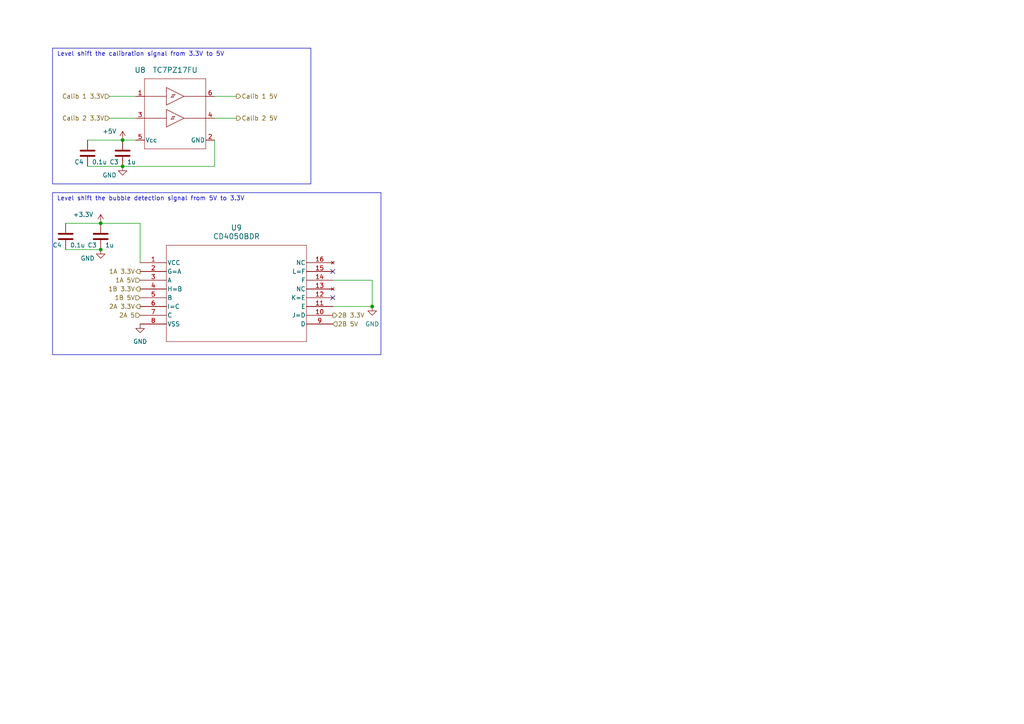
<source format=kicad_sch>
(kicad_sch (version 20230121) (generator eeschema)
  (paper "A4")
  (lib_symbols
    (symbol "CD4050BDR:CD4050BDR" (pin_names (offset 0.254))
      (property "Reference" "U" (at 27.94 10.16 0))
      (property "Value" "CD4050BDR" (at 27.94 7.62 0))
      (symbol "CD4050BDR_0_1"
        (polyline (pts (xy 7.62 -22.86) (xy 48.26 -22.86)) (stroke (width 0.127)))
        (polyline (pts (xy 7.62 5.08) (xy 7.62 -22.86)) (stroke (width 0.127)))
        (polyline (pts (xy 48.26 -22.86) (xy 48.26 5.08)) (stroke (width 0.127)))
        (polyline (pts (xy 48.26 5.08) (xy 7.62 5.08)) (stroke (width 0.127)))
        (pin power_in line (at 0 0 0) (length 7.62) (name "VCC") (number "1"))
        (pin no_connect line (at 55.88 -7.62 180) (length 7.62) (name "NC") (number "13"))
        (pin no_connect line (at 55.88 0 180) (length 7.62) (name "NC") (number "16"))
        (pin power_in line (at 0 -17.78 0) (length 7.62) (name "VSS") (number "8"))
      )
      (symbol "CD4050BDR_1_1"
        (pin output line (at 55.88 -15.24 180) (length 7.62) (name "J=D") (number "10"))
        (pin input line (at 55.88 -12.7 180) (length 7.62) (name "E") (number "11"))
        (pin output line (at 55.88 -10.16 180) (length 7.62) (name "K=E") (number "12"))
        (pin input line (at 55.88 -5.08 180) (length 7.62) (name "F") (number "14"))
        (pin output line (at 55.88 -2.54 180) (length 7.62) (name "L=F") (number "15"))
        (pin output line (at 0 -2.54 0) (length 7.62) (name "G=A") (number "2"))
        (pin input line (at 0 -5.08 0) (length 7.62) (name "A") (number "3"))
        (pin output line (at 0 -7.62 0) (length 7.62) (name "H=B") (number "4"))
        (pin input line (at 0 -10.16 0) (length 7.62) (name "B") (number "5"))
        (pin output line (at 0 -12.7 0) (length 7.62) (name "I=C") (number "6"))
        (pin input line (at 0 -15.24 0) (length 7.62) (name "C") (number "7"))
        (pin input line (at 55.88 -17.78 180) (length 7.62) (name "D") (number "9"))
      )
    )
    (symbol "Device:C" (pin_numbers hide) (pin_names (offset 0.254))
      (property "Reference" "C" (at 0.635 2.54 0))
      (property "Value" "C" (at 0.635 -2.54 0))
      (symbol "C_0_1"
        (polyline (pts (xy -2.032 -0.762) (xy 2.032 -0.762)) (stroke (width 0.508)))
        (polyline (pts (xy -2.032 0.762) (xy 2.032 0.762)) (stroke (width 0.508)))
      )
      (symbol "C_1_1"
        (pin passive line (at 0 3.81 270) (length 2.794) (name "~") (number "1"))
        (pin passive line (at 0 -3.81 90) (length 2.794) (name "~") (number "2"))
      )
    )
    (symbol "TC7PZ17FU:TC7PZ17FU" (pin_names (offset 0.254))
      (property "Reference" "U" (at 17.78 1.27 0))
      (property "Value" "TC7PZ17FU" (at 10.16 1.27 0))
      (symbol "TC7PZ17FU_0_1"
        (polyline (pts (xy 0 -20.32) (xy 0 0)) (stroke (width 0.127)))
        (polyline (pts (xy 0 -11.43) (xy 6.35 -11.43)))
        (polyline (pts (xy 0 -5.08) (xy 6.35 -5.08)))
        (polyline (pts (xy 0 0) (xy 17.78 0)) (stroke (width 0.127)))
        (polyline (pts (xy 6.35 -13.97) (xy 11.43 -11.43)))
        (polyline (pts (xy 6.35 -8.89) (xy 6.35 -13.97)))
        (polyline (pts (xy 6.35 -8.89) (xy 11.43 -11.43)))
        (polyline (pts (xy 6.35 -7.62) (xy 11.43 -5.08)))
        (polyline (pts (xy 6.35 -2.54) (xy 6.35 -7.62)))
        (polyline (pts (xy 6.35 -2.54) (xy 11.43 -5.08)))
        (polyline (pts (xy 7.62 -11.684) (xy 8.382 -11.684)))
        (polyline (pts (xy 7.62 -5.334) (xy 8.382 -5.334)))
        (polyline (pts (xy 8.128 -10.922) (xy 7.874 -11.684)))
        (polyline (pts (xy 8.128 -10.922) (xy 8.89 -10.922)))
        (polyline (pts (xy 8.128 -4.572) (xy 7.874 -5.334)))
        (polyline (pts (xy 8.128 -4.572) (xy 8.89 -4.572)))
        (polyline (pts (xy 8.382 -11.684) (xy 8.636 -10.922)))
        (polyline (pts (xy 8.382 -5.334) (xy 8.636 -4.572)))
        (polyline (pts (xy 11.43 -11.43) (xy 17.78 -11.43)))
        (polyline (pts (xy 11.43 -5.08) (xy 17.78 -5.08)))
        (polyline (pts (xy 17.78 -20.32) (xy 0 -20.32)) (stroke (width 0.127)))
        (polyline (pts (xy 17.78 0) (xy 17.78 -20.32)) (stroke (width 0.127)))
      )
      (symbol "TC7PZ17FU_1_1"
        (pin input line (at -2.54 -5.08 0) (length 2.54) (name "") (number "1"))
        (pin power_in line (at 20.32 -17.78 180) (length 2.54) (name "GND") (number "2"))
        (pin input line (at -2.54 -11.43 0) (length 2.54) (name "") (number "3"))
        (pin output line (at 20.32 -11.43 180) (length 2.54) (name "") (number "4"))
        (pin power_in line (at -2.54 -17.78 0) (length 2.54) (name "Vcc") (number "5"))
        (pin output line (at 20.32 -5.08 180) (length 2.54) (name "") (number "6"))
      )
    )
    (symbol "power:+3.3V" (power) (pin_names (offset 0))
      (property "Value" "+3.3V" (at 0 3.556 0))
      (symbol "+3.3V_0_1"
        (polyline (pts (xy -0.762 1.27) (xy 0 2.54)))
        (polyline (pts (xy 0 0) (xy 0 2.54)))
        (polyline (pts (xy 0 2.54) (xy 0.762 1.27)))
      )
      (symbol "+3.3V_1_1"
        (pin power_in line (at 0 0 90) (length 0) hide (name "+3.3V") (number "1"))
      )
    )
    (symbol "power:+5V" (power) (pin_names (offset 0))
      (property "Value" "+5V" (at 0 3.556 0))
      (symbol "+5V_0_1"
        (polyline (pts (xy -0.762 1.27) (xy 0 2.54)))
        (polyline (pts (xy 0 0) (xy 0 2.54)))
        (polyline (pts (xy 0 2.54) (xy 0.762 1.27)))
      )
      (symbol "+5V_1_1"
        (pin power_in line (at 0 0 90) (length 0) hide (name "+5V") (number "1"))
      )
    )
    (symbol "power:GND" (power) (pin_names (offset 0))
      (property "Value" "GND" (at 0 -3.81 0))
      (symbol "GND_0_1"
        (polyline (pts (xy 0 0) (xy 0 -1.27) (xy 1.27 -1.27) (xy 0 -2.54) (xy -1.27 -1.27) (xy 0 -1.27)))
      )
      (symbol "GND_1_1"
        (pin power_in line (at 0 0 270) (length 0) hide (name "GND") (number "1"))
      )
    )
  )
  (junction (at 29.21 72.39))
  (junction (at 35.56 40.64))
  (junction (at 29.21 64.77))
  (junction (at 35.56 48.26))
  (junction (at 107.95 88.9))
  (no_connect (at 96.52 86.36))
  (no_connect (at 96.52 78.74))
  (wire (pts (xy 31.75 34.29) (xy 39.37 34.29)))
  (wire (pts (xy 96.52 88.9) (xy 107.95 88.9)))
  (wire (pts (xy 62.23 34.29) (xy 68.58 34.29)))
  (wire (pts (xy 35.56 48.26) (xy 62.23 48.26)))
  (wire (pts (xy 62.23 48.26) (xy 62.23 40.64)))
  (wire (pts (xy 62.23 27.94) (xy 68.58 27.94)))
  (wire (pts (xy 25.4 40.64) (xy 35.56 40.64)))
  (wire (pts (xy 25.4 48.26) (xy 35.56 48.26)))
  (wire (pts (xy 19.05 72.39) (xy 29.21 72.39)))
  (wire (pts (xy 31.75 27.94) (xy 39.37 27.94)))
  (wire (pts (xy 19.05 64.77) (xy 29.21 64.77)))
  (wire (pts (xy 35.56 40.64) (xy 39.37 40.64)))
  (wire (pts (xy 29.21 64.77) (xy 40.64 64.77)))
  (wire (pts (xy 96.52 81.28) (xy 107.95 81.28)))
  (wire (pts (xy 107.95 81.28) (xy 107.95 88.9)))
  (wire (pts (xy 40.64 64.77) (xy 40.64 76.2)))
  (rectangle (start 15.24 13.97) (end 90.17 53.34))
  (rectangle (start 15.24 55.88) (end 110.49 102.87))
  (text "Level shift the bubble detection signal from 5V to 3.3V" (at 16.51 58.42 0) (effects (font (size 1.27 1.27)) (justify left bottom)))
  (text "Level shift the calibration signal from 3.3V to 5V" (at 16.51 16.51 0) (effects (font (size 1.27 1.27)) (justify left bottom)))
  (hierarchical_label "2A 5" (shape input) (at 40.64 91.44 180))
  (hierarchical_label "1A 3.3V" (shape output) (at 40.64 78.74 180))
  (hierarchical_label "Calib 2 5V" (shape output) (at 68.58 34.29 0))
  (hierarchical_label "Calib 1 3.3V" (shape input) (at 31.75 27.94 180))
  (hierarchical_label "Calib 2 3.3V" (shape input) (at 31.75 34.29 180))
  (hierarchical_label "2A 3.3V" (shape output) (at 40.64 88.9 180))
  (hierarchical_label "1A 5V" (shape input) (at 40.64 81.28 180))
  (hierarchical_label "2B 3.3V" (shape output) (at 96.52 91.44 0))
  (hierarchical_label "1B 3.3V" (shape output) (at 40.64 83.82 180))
  (hierarchical_label "2B 5V" (shape input) (at 96.52 93.98 0))
  (hierarchical_label "1B 5V" (shape input) (at 40.64 86.36 180))
  (hierarchical_label "Calib 1 5V" (shape output) (at 68.58 27.94 0))
  (symbol (lib_id "TC7PZ17FU:TC7PZ17FU") (at 41.91 22.86 0) (unit 1)
    (property "Reference" "U8" (at 40.64 20.32 0) (effects (font (size 1.524 1.524))))
    (property "Value" "TC7PZ17FU" (at 50.8 20.32 0) (effects (font (size 1.524 1.524))))
    (property "Footprint" "SOT-363   US6_TOS" (effects hide))
    (property "Datasheet" "TC7PZ17FU" (effects hide))
  )
  (symbol (lib_id "power:+3.3V") (at 29.21 64.77 0) (unit 1)
    (property "Reference" "#PWR061" (effects hide))
    (property "Value" "+3.3V" (at 24.13 62.23 0))
    (instances (project "fluidics-v2" (path "" (reference "#PWR061") (unit 1)) (path "" (reference "#PWR067") (unit 1)) (path "" (reference "#PWR072") (unit 1)) (path "" (reference "#PWR077") (unit 1)) (path "" (reference "#PWR082") (unit 1)) (path "" (reference "#PWR0118") (unit 1)) (path "" (reference "#PWR0131") (unit 1)) (path "" (reference "#PWR0128") (unit 1))))
  )
  (symbol (lib_id "Device:C") (at 29.21 68.58 0) (unit 1)
    (property "Reference" "C3" (at 25.4 71.12 0) (effects (justify left)))
    (property "Value" "1u" (at 30.48 71.12 0) (effects (justify left)))
    (property "Footprint" "Capacitor_SMD:C_0603_1608Metric" (effects hide))
    (instances (project "fluidics-v2" (path "" (reference "C3") (unit 1)) (path "" (reference "C7") (unit 1)) (path "" (reference "C10") (unit 1)) (path "" (reference "C14") (unit 1)) (path "" (reference "C18") (unit 1)) (path "" (reference "C22") (unit 1)) (path "" (reference "C32") (unit 1)) (path "" (reference "C38") (unit 1)) (path "" (reference "C36") (unit 1))))
  )
  (symbol (lib_id "power:GND") (at 40.64 93.98 0) (unit 1)
    (property "Reference" "#PWR0131" (effects hide))
    (property "Value" "GND" (at 40.64 99.06 0))
  )
  (symbol (lib_id "Device:C") (at 25.4 44.45 0) (unit 1)
    (property "Reference" "C4" (at 21.59 46.99 0) (effects (justify left)))
    (property "Value" "0.1u" (at 26.67 46.99 0) (effects (justify left)))
    (property "Footprint" "Capacitor_SMD:C_0603_1608Metric" (effects hide))
    (instances (project "fluidics-v2" (path "" (reference "C4") (unit 1)) (path "" (reference "C6") (unit 1)) (path "" (reference "C9") (unit 1)) (path "" (reference "C13") (unit 1)) (path "" (reference "C17") (unit 1)) (path "" (reference "C21") (unit 1)) (path "" (reference "C31") (unit 1)) (path "" (reference "C37") (unit 1)) (path "" (reference "C33") (unit 1))))
  )
  (symbol (lib_id "power:GND") (at 35.56 48.26 0) (unit 1)
    (property "Reference" "#PWR0124" (effects hide))
    (property "Value" "GND" (at 31.75 50.8 0))
    (instances (project "fluidics-v2" (path "" (reference "#PWR0124") (unit 1)) (path "" (reference "#PWR0132") (unit 1)) (path "" (reference "#PWR0127") (unit 1))))
  )
  (symbol (lib_id "power:+5V") (at 35.56 40.64 0) (unit 1)
    (property "Reference" "#PWR0126" (effects hide))
    (property "Value" "+5V" (at 31.75 38.1 0))
  )
  (symbol (lib_id "Device:C") (at 35.56 44.45 0) (unit 1)
    (property "Reference" "C3" (at 31.75 46.99 0) (effects (justify left)))
    (property "Value" "1u" (at 36.83 46.99 0) (effects (justify left)))
    (property "Footprint" "Capacitor_SMD:C_0603_1608Metric" (effects hide))
    (instances (project "fluidics-v2" (path "" (reference "C3") (unit 1)) (path "" (reference "C7") (unit 1)) (path "" (reference "C10") (unit 1)) (path "" (reference "C14") (unit 1)) (path "" (reference "C18") (unit 1)) (path "" (reference "C22") (unit 1)) (path "" (reference "C32") (unit 1)) (path "" (reference "C38") (unit 1)) (path "" (reference "C34") (unit 1))))
  )
  (symbol (lib_id "Device:C") (at 19.05 68.58 0) (unit 1)
    (property "Reference" "C4" (at 15.24 71.12 0) (effects (justify left)))
    (property "Value" "0.1u" (at 20.32 71.12 0) (effects (justify left)))
    (property "Footprint" "Capacitor_SMD:C_0603_1608Metric" (effects hide))
    (instances (project "fluidics-v2" (path "" (reference "C4") (unit 1)) (path "" (reference "C6") (unit 1)) (path "" (reference "C9") (unit 1)) (path "" (reference "C13") (unit 1)) (path "" (reference "C17") (unit 1)) (path "" (reference "C21") (unit 1)) (path "" (reference "C31") (unit 1)) (path "" (reference "C37") (unit 1)) (path "" (reference "C35") (unit 1))))
  )
  (symbol (lib_id "power:GND") (at 107.95 88.9 0) (unit 1)
    (property "Reference" "#PWR0130" (effects hide))
    (property "Value" "GND" (at 107.95 93.98 0))
  )
  (symbol (lib_id "CD4050BDR:CD4050BDR") (at 40.64 76.2 0) (unit 1)
    (property "Reference" "U9" (at 68.58 66.04 0) (effects (font (size 1.524 1.524))))
    (property "Value" "CD4050BDR" (at 68.58 68.58 0) (effects (font (size 1.524 1.524))))
    (property "Footprint" "D16" (effects hide))
    (property "Datasheet" "CD4050BDR" (effects hide))
  )
  (symbol (lib_id "power:GND") (at 29.21 72.39 0) (unit 1)
    (property "Reference" "#PWR0124" (effects hide))
    (property "Value" "GND" (at 25.4 74.93 0))
    (instances (project "fluidics-v2" (path "" (reference "#PWR0124") (unit 1)) (path "" (reference "#PWR0132") (unit 1)) (path "" (reference "#PWR0129") (unit 1))))
  )
)
</source>
